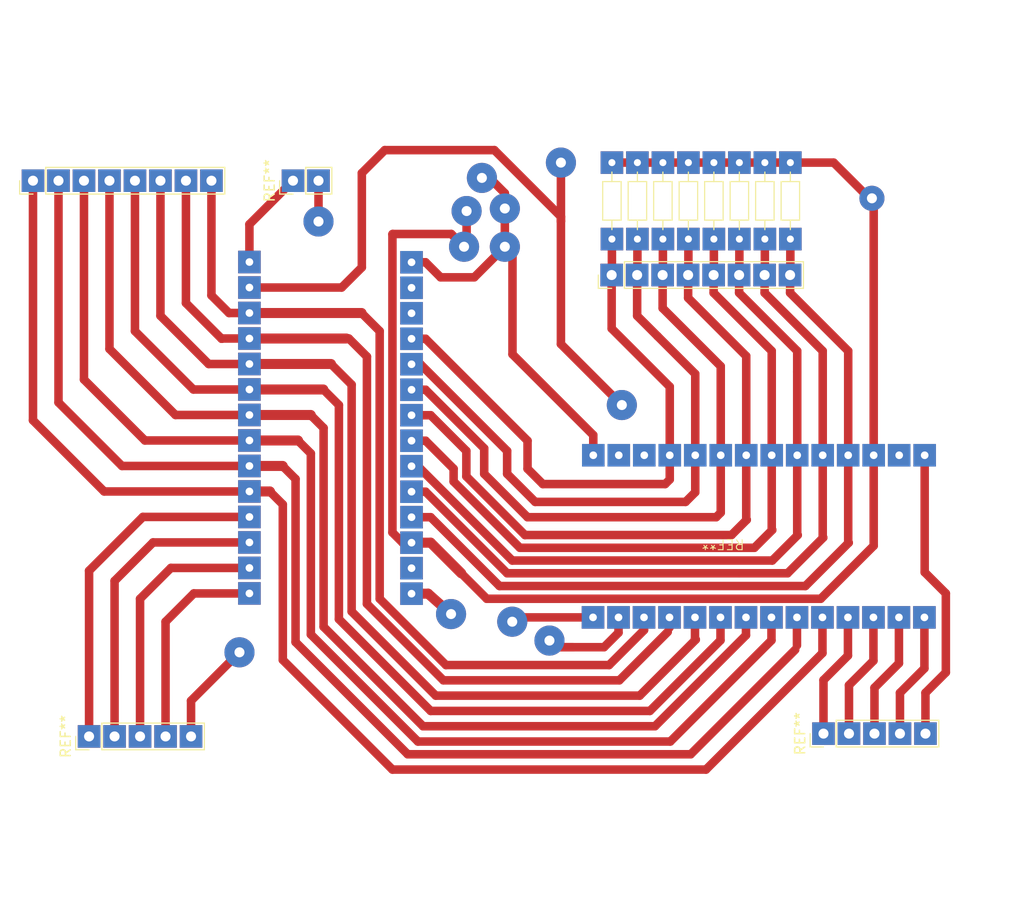
<source format=kicad_pcb>
(kicad_pcb (version 20221018) (generator pcbnew)
  (layers (0 "F.Cu" signal) (31 "B.Cu" signal) (34 "B.Paste" user) (35 "F.Paste" user) (36 "B.SilkS" user "B.Silkscreen") (37 "F.SilkS" user "F.Silkscreen") (38 "B.Mask" user) (39 "F.Mask" user) (44 "Edge.Cuts" user))
  (net 0 "")
  (footprint "Resistor_THT:R_Axial_DIN0204_L3.6mm_D1.6mm_P7.62mm_Horizontal" (layer "F.Cu") (at 173.736 96.266 90)
    (fp_text reference "REF**" hide)
    (fp_text value "R_Axial_DIN0204_L3.6mm_D1.6mm_P7.62mm_Horizontal" hide)
    (fp_line (start 0.94 0) (end 1.89 0) (stroke (width 0.12)) (layer "F.SilkS"))
    (fp_line (start 1.89 -0.92) (end 1.89 0.92) (stroke (width 0.12)) (layer "F.SilkS"))
    (fp_line (start 1.89 0.92) (end 5.73 0.92) (stroke (width 0.12)) (layer "F.SilkS"))
    (fp_line (start 5.73 -0.92) (end 1.89 -0.92) (stroke (width 0.12)) (layer "F.SilkS"))
    (fp_line (start 5.73 0.92) (end 5.73 -0.92) (stroke (width 0.12)) (layer "F.SilkS"))
    (fp_line (start 6.68 0) (end 5.73 0) (stroke (width 0.12)) (layer "F.SilkS"))
    (pad "1" thru_hole rect (at 0 0 90) (size 2.25 2.25) (drill 0.7) (layers "*.Cu" "*.Mask"))
    (pad "2" thru_hole rect (at 7.62 0 90) (size 2.25 2.25) (drill 0.7) (layers "*.Cu" "*.Mask"))
  )
  (footprint "Resistor_THT:R_Axial_DIN0204_L3.6mm_D1.6mm_P7.62mm_Horizontal" (layer "F.Cu") (at 161.036 96.266 90)
    (fp_text reference "REF**" hide)
    (fp_text value "R_Axial_DIN0204_L3.6mm_D1.6mm_P7.62mm_Horizontal" hide)
    (fp_line (start 0.94 0) (end 1.89 0) (stroke (width 0.12)) (layer "F.SilkS"))
    (fp_line (start 1.89 -0.92) (end 1.89 0.92) (stroke (width 0.12)) (layer "F.SilkS"))
    (fp_line (start 1.89 0.92) (end 5.73 0.92) (stroke (width 0.12)) (layer "F.SilkS"))
    (fp_line (start 5.73 -0.92) (end 1.89 -0.92) (stroke (width 0.12)) (layer "F.SilkS"))
    (fp_line (start 5.73 0.92) (end 5.73 -0.92) (stroke (width 0.12)) (layer "F.SilkS"))
    (fp_line (start 6.68 0) (end 5.73 0) (stroke (width 0.12)) (layer "F.SilkS"))
    (pad "1" thru_hole rect (at 0 0 90) (size 2.25 2.25) (drill 0.7) (layers "*.Cu" "*.Mask"))
    (pad "2" thru_hole rect (at 7.62 0 90) (size 2.25 2.25) (drill 0.7) (layers "*.Cu" "*.Mask"))
  )
  (footprint "Resistor_THT:R_Axial_DIN0204_L3.6mm_D1.6mm_P7.62mm_Horizontal" (layer "F.Cu") (at 178.816 96.266 90)
    (fp_text reference "REF**" hide)
    (fp_text value "R_Axial_DIN0204_L3.6mm_D1.6mm_P7.62mm_Horizontal" hide)
    (fp_line (start 0.94 0) (end 1.89 0) (stroke (width 0.12)) (layer "F.SilkS"))
    (fp_line (start 1.89 -0.92) (end 1.89 0.92) (stroke (width 0.12)) (layer "F.SilkS"))
    (fp_line (start 1.89 0.92) (end 5.73 0.92) (stroke (width 0.12)) (layer "F.SilkS"))
    (fp_line (start 5.73 -0.92) (end 1.89 -0.92) (stroke (width 0.12)) (layer "F.SilkS"))
    (fp_line (start 5.73 0.92) (end 5.73 -0.92) (stroke (width 0.12)) (layer "F.SilkS"))
    (fp_line (start 6.68 0) (end 5.73 0) (stroke (width 0.12)) (layer "F.SilkS"))
    (pad "1" thru_hole rect (at 0 0 90) (size 2.25 2.25) (drill 0.7) (layers "*.Cu" "*.Mask"))
    (pad "2" thru_hole rect (at 7.62 0 90) (size 2.25 2.25) (drill 0.7) (layers "*.Cu" "*.Mask"))
  )
  (footprint "Connector_PinHeader_2.54mm_2.25mmPad:PinHeader_1x05_P2.54mm_Vertical_2.25mmPad" (layer "F.Cu") (at 108.9406 145.8214 90)
    (fp_text reference "REF**" (at 0 -2.33 90) (layer "F.SilkS"))
    (fp_text value "PinHeader_1x05_P2.54mm_Vertical_2.25mmPad")
    (fp_line (start -1.33 -1.33) (end 0 -1.33) (stroke (width 0.12)) (layer "F.SilkS"))
    (fp_line (start -1.33 0) (end -1.33 -1.33) (stroke (width 0.12)) (layer "F.SilkS"))
    (fp_line (start -1.33 1.27) (end -1.33 11.49) (stroke (width 0.12)) (layer "F.SilkS"))
    (fp_line (start -1.33 1.27) (end 1.33 1.27) (stroke (width 0.12)) (layer "F.SilkS"))
    (fp_line (start -1.33 11.49) (end 1.33 11.49) (stroke (width 0.12)) (layer "F.SilkS"))
    (fp_line (start 1.33 1.27) (end 1.33 11.49) (stroke (width 0.12)) (layer "F.SilkS"))
    (pad "1" thru_hole rect (at 0 0 90) (size 2.25 2.25) (drill 1) (layers "*.Cu" "*.Mask"))
    (pad "2" thru_hole rect (at 0 2.54 90) (size 2.25 2.25) (drill 1) (layers "*.Cu" "*.Mask"))
    (pad "3" thru_hole rect (at 0 5.08 90) (size 2.25 2.25) (drill 1) (layers "*.Cu" "*.Mask"))
    (pad "4" thru_hole rect (at 0 7.62 90) (size 2.25 2.25) (drill 1) (layers "*.Cu" "*.Mask"))
    (pad "5" thru_hole rect (at 0 10.16 90) (size 2.25 2.25) (drill 1) (layers "*.Cu" "*.Mask"))
  )
  (footprint "Connector_PinHeader_2.54mm_2.25mmPad:PinHeader_1x08_P2.54mm_Vertical_2.25mmPad" (layer "F.Cu") (at 161.0106 99.8474 90)
    (fp_text reference "REF**" hide)
    (fp_text value "PinHeader_1x08_P2.54mm_Vertical_2.25mmPad" hide)
    (fp_line (start -1.33 -1.33) (end 0 -1.33) (stroke (width 0.12)) (layer "F.SilkS"))
    (fp_line (start -1.33 0) (end -1.33 -1.33) (stroke (width 0.12)) (layer "F.SilkS"))
    (fp_line (start -1.33 1.27) (end -1.33 19.11) (stroke (width 0.12)) (layer "F.SilkS"))
    (fp_line (start -1.33 1.27) (end 1.33 1.27) (stroke (width 0.12)) (layer "F.SilkS"))
    (fp_line (start -1.33 19.11) (end 1.33 19.11) (stroke (width 0.12)) (layer "F.SilkS"))
    (fp_line (start 1.33 1.27) (end 1.33 19.11) (stroke (width 0.12)) (layer "F.SilkS"))
    (pad "1" thru_hole rect (at 0 0 90) (size 2.25 2.25) (drill 1) (layers "*.Cu" "*.Mask"))
    (pad "2" thru_hole rect (at 0 2.54 90) (size 2.25 2.25) (drill 1) (layers "*.Cu" "*.Mask"))
    (pad "3" thru_hole rect (at 0 5.08 90) (size 2.25 2.25) (drill 1) (layers "*.Cu" "*.Mask"))
    (pad "4" thru_hole rect (at 0 7.62 90) (size 2.25 2.25) (drill 1) (layers "*.Cu" "*.Mask"))
    (pad "5" thru_hole rect (at 0 10.16 90) (size 2.25 2.25) (drill 1) (layers "*.Cu" "*.Mask"))
    (pad "6" thru_hole rect (at 0 12.7 90) (size 2.25 2.25) (drill 1) (layers "*.Cu" "*.Mask"))
    (pad "7" thru_hole rect (at 0 15.24 90) (size 2.25 2.25) (drill 1) (layers "*.Cu" "*.Mask"))
    (pad "8" thru_hole rect (at 0 17.78 90) (size 2.25 2.25) (drill 1) (layers "*.Cu" "*.Mask"))
  )
  (footprint "Resistor_THT:R_Axial_DIN0204_L3.6mm_D1.6mm_P7.62mm_Horizontal" (layer "F.Cu") (at 166.116 96.266 90)
    (fp_text reference "REF**" hide)
    (fp_text value "R_Axial_DIN0204_L3.6mm_D1.6mm_P7.62mm_Horizontal" hide)
    (fp_line (start 0.94 0) (end 1.89 0) (stroke (width 0.12)) (layer "F.SilkS"))
    (fp_line (start 1.89 -0.92) (end 1.89 0.92) (stroke (width 0.12)) (layer "F.SilkS"))
    (fp_line (start 1.89 0.92) (end 5.73 0.92) (stroke (width 0.12)) (layer "F.SilkS"))
    (fp_line (start 5.73 -0.92) (end 1.89 -0.92) (stroke (width 0.12)) (layer "F.SilkS"))
    (fp_line (start 5.73 0.92) (end 5.73 -0.92) (stroke (width 0.12)) (layer "F.SilkS"))
    (fp_line (start 6.68 0) (end 5.73 0) (stroke (width 0.12)) (layer "F.SilkS"))
    (pad "1" thru_hole rect (at 0 0 90) (size 2.25 2.25) (drill 0.7) (layers "*.Cu" "*.Mask"))
    (pad "2" thru_hole rect (at 7.62 0 90) (size 2.25 2.25) (drill 0.7) (layers "*.Cu" "*.Mask"))
  )
  (footprint "Connector_PinHeader_2.54mm_2.25mmPad:PinHeader_1x08_P2.54mm_Vertical_2.25mmPad" (layer "F.Cu") (at 103.3526 90.4494 90)
    (fp_text reference "REF**" hide)
    (fp_text value "PinHeader_1x08_P2.54mm_Vertical_2.25mmPad" hide)
    (fp_line (start -1.33 -1.33) (end 0 -1.33) (stroke (width 0.12)) (layer "F.SilkS"))
    (fp_line (start -1.33 0) (end -1.33 -1.33) (stroke (width 0.12)) (layer "F.SilkS"))
    (fp_line (start -1.33 1.27) (end -1.33 19.11) (stroke (width 0.12)) (layer "F.SilkS"))
    (fp_line (start -1.33 1.27) (end 1.33 1.27) (stroke (width 0.12)) (layer "F.SilkS"))
    (fp_line (start -1.33 19.11) (end 1.33 19.11) (stroke (width 0.12)) (layer "F.SilkS"))
    (fp_line (start 1.33 1.27) (end 1.33 19.11) (stroke (width 0.12)) (layer "F.SilkS"))
    (pad "1" thru_hole rect (at 0 0 90) (size 2.25 2.25) (drill 1) (layers "*.Cu" "*.Mask"))
    (pad "2" thru_hole rect (at 0 2.54 90) (size 2.25 2.25) (drill 1) (layers "*.Cu" "*.Mask"))
    (pad "3" thru_hole rect (at 0 5.08 90) (size 2.25 2.25) (drill 1) (layers "*.Cu" "*.Mask"))
    (pad "4" thru_hole rect (at 0 7.62 90) (size 2.25 2.25) (drill 1) (layers "*.Cu" "*.Mask"))
    (pad "5" thru_hole rect (at 0 10.16 90) (size 2.25 2.25) (drill 1) (layers "*.Cu" "*.Mask"))
    (pad "6" thru_hole rect (at 0 12.7 90) (size 2.25 2.25) (drill 1) (layers "*.Cu" "*.Mask"))
    (pad "7" thru_hole rect (at 0 15.24 90) (size 2.25 2.25) (drill 1) (layers "*.Cu" "*.Mask"))
    (pad "8" thru_hole rect (at 0 17.78 90) (size 2.25 2.25) (drill 1) (layers "*.Cu" "*.Mask"))
  )
  (footprint "Resistor_THT:R_Axial_DIN0204_L3.6mm_D1.6mm_P7.62mm_Horizontal" (layer "F.Cu") (at 171.196 96.266 90)
    (fp_text reference "REF**" hide)
    (fp_text value "R_Axial_DIN0204_L3.6mm_D1.6mm_P7.62mm_Horizontal" hide)
    (fp_line (start 0.94 0) (end 1.89 0) (stroke (width 0.12)) (layer "F.SilkS"))
    (fp_line (start 1.89 -0.92) (end 1.89 0.92) (stroke (width 0.12)) (layer "F.SilkS"))
    (fp_line (start 1.89 0.92) (end 5.73 0.92) (stroke (width 0.12)) (layer "F.SilkS"))
    (fp_line (start 5.73 -0.92) (end 1.89 -0.92) (stroke (width 0.12)) (layer "F.SilkS"))
    (fp_line (start 5.73 0.92) (end 5.73 -0.92) (stroke (width 0.12)) (layer "F.SilkS"))
    (fp_line (start 6.68 0) (end 5.73 0) (stroke (width 0.12)) (layer "F.SilkS"))
    (pad "1" thru_hole rect (at 0 0 90) (size 2.25 2.25) (drill 0.7) (layers "*.Cu" "*.Mask"))
    (pad "2" thru_hole rect (at 7.62 0 90) (size 2.25 2.25) (drill 0.7) (layers "*.Cu" "*.Mask"))
  )
  (footprint "Connector_PinHeader_2.54mm_2.25mmPad:PinHeader_1x02_P2.54mm_Vertical_2.25mmPad" (layer "F.Cu") (at 129.2606 90.4494 90)
    (fp_text reference "REF**" (at 0 -2.33 90) (layer "F.SilkS"))
    (fp_text value "PinHeader_1x02_P2.54mm_Vertical_2.25mmPad")
    (fp_line (start -1.33 -1.33) (end 0 -1.33) (stroke (width 0.12)) (layer "F.SilkS"))
    (fp_line (start -1.33 0) (end -1.33 -1.33) (stroke (width 0.12)) (layer "F.SilkS"))
    (fp_line (start -1.33 1.27) (end -1.33 3.87) (stroke (width 0.12)) (layer "F.SilkS"))
    (fp_line (start -1.33 1.27) (end 1.33 1.27) (stroke (width 0.12)) (layer "F.SilkS"))
    (fp_line (start -1.33 3.87) (end 1.33 3.87) (stroke (width 0.12)) (layer "F.SilkS"))
    (fp_line (start 1.33 1.27) (end 1.33 3.87) (stroke (width 0.12)) (layer "F.SilkS"))
    (pad "1" thru_hole rect (at 0 0 90) (size 2.25 2.25) (drill 1) (layers "*.Cu" "*.Mask"))
    (pad "2" thru_hole rect (at 0 2.54 90) (size 2.25 2.25) (drill 1) (layers "*.Cu" "*.Mask"))
  )
  (footprint "Connector_PinHeader_2.54mm_2.25mmPad:PinHeader_1x05_P2.54mm_Vertical_2.25mmPad" (layer "F.Cu") (at 182.118 145.542 90)
    (fp_text reference "REF**" (at 0 -2.33 90) (layer "F.SilkS"))
    (fp_text value "PinHeader_1x05_P2.54mm_Vertical_2.25mmPad" hide)
    (fp_line (start -1.33 -1.33) (end 0 -1.33) (stroke (width 0.12)) (layer "F.SilkS"))
    (fp_line (start -1.33 0) (end -1.33 -1.33) (stroke (width 0.12)) (layer "F.SilkS"))
    (fp_line (start -1.33 1.27) (end -1.33 11.49) (stroke (width 0.12)) (layer "F.SilkS"))
    (fp_line (start -1.33 1.27) (end 1.33 1.27) (stroke (width 0.12)) (layer "F.SilkS"))
    (fp_line (start -1.33 11.49) (end 1.33 11.49) (stroke (width 0.12)) (layer "F.SilkS"))
    (fp_line (start 1.33 1.27) (end 1.33 11.49) (stroke (width 0.12)) (layer "F.SilkS"))
    (pad "1" thru_hole rect (at 0 0 90) (size 2.25 2.25) (drill 1) (layers "*.Cu" "*.Mask"))
    (pad "2" thru_hole rect (at 0 2.54 90) (size 2.25 2.25) (drill 1) (layers "*.Cu" "*.Mask"))
    (pad "3" thru_hole rect (at 0 5.08 90) (size 2.25 2.25) (drill 1) (layers "*.Cu" "*.Mask"))
    (pad "4" thru_hole rect (at 0 7.62 90) (size 2.25 2.25) (drill 1) (layers "*.Cu" "*.Mask"))
    (pad "5" thru_hole rect (at 0 10.16 90) (size 2.25 2.25) (drill 1) (layers "*.Cu" "*.Mask"))
  )
  (footprint "MUX_ADG606BNZ:MUX_ADG406BNZ_flipped_fatPads" (layer "F.Cu") (at 140.0556 96.901)
    (fp_text reference "REF**" hide)
    (fp_text value "MUX_ADG406BNZ_flipped_fatPads" hide)
    (pad "1" thru_hole rect (at 1.016 1.6764) (size 2.25 2.25) (drill 0.762) (layers "*.Cu" "*.Mask"))
    (pad "2" thru_hole rect (at 1.016 4.2164) (size 2.25 2.25) (drill 0.762) (layers "*.Cu" "*.Mask"))
    (pad "3" thru_hole rect (at 1.016 6.7564) (size 2.25 2.25) (drill 0.762) (layers "*.Cu" "*.Mask"))
    (pad "4" thru_hole rect (at 1.016 9.2964) (size 2.25 2.25) (drill 0.762) (layers "*.Cu" "*.Mask"))
    (pad "5" thru_hole rect (at 1.016 11.8364) (size 2.25 2.25) (drill 0.762) (layers "*.Cu" "*.Mask"))
    (pad "6" thru_hole rect (at 1.016 14.3764) (size 2.25 2.25) (drill 0.762) (layers "*.Cu" "*.Mask"))
    (pad "7" thru_hole rect (at 1.016 16.9164) (size 2.25 2.25) (drill 0.762) (layers "*.Cu" "*.Mask"))
    (pad "8" thru_hole rect (at 1.016 19.4564) (size 2.25 2.25) (drill 0.762) (layers "*.Cu" "*.Mask"))
    (pad "9" thru_hole rect (at 1.016 21.9964) (size 2.25 2.25) (drill 0.762) (layers "*.Cu" "*.Mask"))
    (pad "10" thru_hole rect (at 1.016 24.5364) (size 2.25 2.25) (drill 0.762) (layers "*.Cu" "*.Mask"))
    (pad "11" thru_hole rect (at 1.016 27.0764) (size 2.25 2.25) (drill 0.762) (layers "*.Cu" "*.Mask"))
    (pad "12" thru_hole rect (at 1.016 29.6164) (size 2.25 2.25) (drill 0.762) (layers "*.Cu" "*.Mask"))
    (pad "13" thru_hole rect (at 1.016 32.1564) (size 2.25 2.25) (drill 0.762) (layers "*.Cu" "*.Mask"))
    (pad "14" thru_hole rect (at 1.016 34.6964) (size 2.25 2.25) (drill 0.762) (layers "*.Cu" "*.Mask"))
    (pad "15" thru_hole rect (at -15.1384 34.671) (size 2.25 2.25) (drill 0.762) (layers "*.Cu" "*.Mask"))
    (pad "16" thru_hole rect (at -15.1384 32.131) (size 2.25 2.25) (drill 0.762) (layers "*.Cu" "*.Mask"))
    (pad "17" thru_hole rect (at -15.1384 29.591) (size 2.25 2.25) (drill 0.762) (layers "*.Cu" "*.Mask"))
    (pad "18" thru_hole rect (at -15.1384 27.051) (size 2.25 2.25) (drill 0.762) (layers "*.Cu" "*.Mask"))
    (pad "19" thru_hole rect (at -15.1384 24.511) (size 2.25 2.25) (drill 0.762) (layers "*.Cu" "*.Mask"))
    (pad "20" thru_hole rect (at -15.1384 21.971) (size 2.25 2.25) (drill 0.762) (layers "*.Cu" "*.Mask"))
    (pad "21" thru_hole rect (at -15.1384 19.431) (size 2.25 2.25) (drill 0.762) (layers "*.Cu" "*.Mask"))
    (pad "22" thru_hole rect (at -15.1384 16.891) (size 2.25 2.25) (drill 0.762) (layers "*.Cu" "*.Mask"))
    (pad "23" thru_hole rect (at -15.1384 14.351) (size 2.25 2.25) (drill 0.762) (layers "*.Cu" "*.Mask"))
    (pad "24" thru_hole rect (at -15.1384 11.811) (size 2.25 2.25) (drill 0.762) (layers "*.Cu" "*.Mask"))
    (pad "25" thru_hole rect (at -15.1384 9.271) (size 2.25 2.25) (drill 0.762) (layers "*.Cu" "*.Mask"))
    (pad "26" thru_hole rect (at -15.1384 6.731) (size 2.25 2.25) (drill 0.762) (layers "*.Cu" "*.Mask"))
    (pad "27" thru_hole rect (at -15.1384 4.191) (size 2.25 2.25) (drill 0.762) (layers "*.Cu" "*.Mask"))
    (pad "28" thru_hole rect (at -15.1384 1.651) (size 2.25 2.25) (drill 0.762) (layers "*.Cu" "*.Mask"))
  )
  (footprint "MUX_ADG606BNZ:MUX_ADG406BNZ_flipped_fatPads" (layer "F.Cu") (at 157.5038 118.8212 90)
    (fp_text reference "REF**" (at -7.85 14.605 180 unlocked) (layer "F.SilkS") (effects (font (thickness 0.1))))
    (fp_text value "MUX_ADG406BNZ_flipped_fatPads")
    (pad "1" thru_hole rect (at 1.016 1.6764 90) (size 2.25 2.25) (drill 0.762) (layers "*.Cu" "*.Mask"))
    (pad "2" thru_hole rect (at 1.016 4.2164 90) (size 2.25 2.25) (drill 0.762) (layers "*.Cu" "*.Mask"))
    (pad "3" thru_hole rect (at 1.016 6.7564 90) (size 2.25 2.25) (drill 0.762) (layers "*.Cu" "*.Mask"))
    (pad "4" thru_hole rect (at 1.016 9.2964 90) (size 2.25 2.25) (drill 0.762) (layers "*.Cu" "*.Mask"))
    (pad "5" thru_hole rect (at 1.016 11.8364 90) (size 2.25 2.25) (drill 0.762) (layers "*.Cu" "*.Mask"))
    (pad "6" thru_hole rect (at 1.016 14.3764 90) (size 2.25 2.25) (drill 0.762) (layers "*.Cu" "*.Mask"))
    (pad "7" thru_hole rect (at 1.016 16.9164 90) (size 2.25 2.25) (drill 0.762) (layers "*.Cu" "*.Mask"))
    (pad "8" thru_hole rect (at 1.016 19.4564 90) (size 2.25 2.25) (drill 0.762) (layers "*.Cu" "*.Mask"))
    (pad "9" thru_hole rect (at 1.016 21.9964 90) (size 2.25 2.25) (drill 0.762) (layers "*.Cu" "*.Mask"))
    (pad "10" thru_hole rect (at 1.016 24.5364 90) (size 2.25 2.25) (drill 0.762) (layers "*.Cu" "*.Mask"))
    (pad "11" thru_hole rect (at 1.016 27.0764 90) (size 2.25 2.25) (drill 0.762) (layers "*.Cu" "*.Mask"))
    (pad "12" thru_hole rect (at 1.016 29.6164 90) (size 2.25 2.25) (drill 0.762) (layers "*.Cu" "*.Mask"))
    (pad "13" thru_hole rect (at 1.016 32.1564 90) (size 2.25 2.25) (drill 0.762) (layers "*.Cu" "*.Mask"))
    (pad "14" thru_hole rect (at 1.016 34.6964 90) (size 2.25 2.25) (drill 0.762) (layers "*.Cu" "*.Mask"))
    (pad "15" thru_hole rect (at -15.1384 34.671 90) (size 2.25 2.25) (drill 0.762) (layers "*.Cu" "*.Mask"))
    (pad "16" thru_hole rect (at -15.1384 32.131 90) (size 2.25 2.25) (drill 0.762) (layers "*.Cu" "*.Mask"))
    (pad "17" thru_hole rect (at -15.1384 29.591 90) (size 2.25 2.25) (drill 0.762) (layers "*.Cu" "*.Mask"))
    (pad "18" thru_hole rect (at -15.1384 27.051 90) (size 2.25 2.25) (drill 0.762) (layers "*.Cu" "*.Mask"))
    (pad "19" thru_hole rect (at -15.1384 24.511 90) (size 2.25 2.25) (drill 0.762) (layers "*.Cu" "*.Mask"))
    (pad "20" thru_hole rect (at -15.1384 21.971 90) (size 2.25 2.25) (drill 0.762) (layers "*.Cu" "*.Mask"))
    (pad "21" thru_hole rect (at -15.1384 19.431 90) (size 2.25 2.25) (drill 0.762) (layers "*.Cu" "*.Mask"))
    (pad "22" thru_hole rect (at -15.1384 16.891 90) (size 2.25 2.25) (drill 0.762) (layers "*.Cu" "*.Mask"))
    (pad "23" thru_hole rect (at -15.1384 14.351 90) (size 2.25 2.25) (drill 0.762) (layers "*.Cu" "*.Mask"))
    (pad "24" thru_hole rect (at -15.1384 11.811 90) (size 2.25 2.25) (drill 0.762) (layers "*.Cu" "*.Mask"))
    (pad "25" thru_hole rect (at -15.1384 9.271 90) (size 2.25 2.25) (drill 0.762) (layers "*.Cu" "*.Mask"))
    (pad "26" thru_hole rect (at -15.1384 6.731 90) (size 2.25 2.25) (drill 0.762) (layers "*.Cu" "*.Mask"))
    (pad "27" thru_hole rect (at -15.1384 4.191 90) (size 2.25 2.25) (drill 0.762) (layers "*.Cu" "*.Mask"))
    (pad "28" thru_hole rect (at -15.1384 1.651 90) (size 2.25 2.25) (drill 0.762) (layers "*.Cu" "*.Mask"))
  )
  (footprint "Resistor_THT:R_Axial_DIN0204_L3.6mm_D1.6mm_P7.62mm_Horizontal" (layer "F.Cu") (at 176.276 96.266 90)
    (fp_text reference "REF**" hide)
    (fp_text value "R_Axial_DIN0204_L3.6mm_D1.6mm_P7.62mm_Horizontal" hide)
    (fp_line (start 0.94 0) (end 1.89 0) (stroke (width 0.12)) (layer "F.SilkS"))
    (fp_line (start 1.89 -0.92) (end 1.89 0.92) (stroke (width 0.12)) (layer "F.SilkS"))
    (fp_line (start 1.89 0.92) (end 5.73 0.92) (stroke (width 0.12)) (layer "F.SilkS"))
    (fp_line (start 5.73 -0.92) (end 1.89 -0.92) (stroke (width 0.12)) (layer "F.SilkS"))
    (fp_line (start 5.73 0.92) (end 5.73 -0.92) (stroke (width 0.12)) (layer "F.SilkS"))
    (fp_line (start 6.68 0) (end 5.73 0) (stroke (width 0.12)) (layer "F.SilkS"))
    (pad "1" thru_hole rect (at 0 0 90) (size 2.25 2.25) (drill 0.7) (layers "*.Cu" "*.Mask"))
    (pad "2" thru_hole rect (at 7.62 0 90) (size 2.25 2.25) (drill 0.7) (layers "*.Cu" "*.Mask"))
  )
  (footprint "Resistor_THT:R_Axial_DIN0204_L3.6mm_D1.6mm_P7.62mm_Horizontal" (layer "F.Cu") (at 163.576 96.266 90)
    (fp_text reference "REF**" hide)
    (fp_text value "R_Axial_DIN0204_L3.6mm_D1.6mm_P7.62mm_Horizontal" hide)
    (fp_line (start 0.94 0) (end 1.89 0) (stroke (width 0.12)) (layer "F.SilkS"))
    (fp_line (start 1.89 -0.92) (end 1.89 0.92) (stroke (width 0.12)) (layer "F.SilkS"))
    (fp_line (start 1.89 0.92) (end 5.73 0.92) (stroke (width 0.12)) (layer "F.SilkS"))
    (fp_line (start 5.73 -0.92) (end 1.89 -0.92) (stroke (width 0.12)) (layer "F.SilkS"))
    (fp_line (start 5.73 0.92) (end 5.73 -0.92) (stroke (width 0.12)) (layer "F.SilkS"))
    (fp_line (start 6.68 0) (end 5.73 0) (stroke (width 0.12)) (layer "F.SilkS"))
    (pad "1" thru_hole rect (at 0 0 90) (size 2.25 2.25) (drill 0.7) (layers "*.Cu" "*.Mask"))
    (pad "2" thru_hole rect (at 7.62 0 90) (size 2.25 2.25) (drill 0.7) (layers "*.Cu" "*.Mask"))
  )
  (footprint "Resistor_THT:R_Axial_DIN0204_L3.6mm_D1.6mm_P7.62mm_Horizontal" (layer "F.Cu") (at 168.656 96.266 90)
    (fp_text reference "REF**" hide)
    (fp_text value "R_Axial_DIN0204_L3.6mm_D1.6mm_P7.62mm_Horizontal" hide)
    (fp_line (start 0.94 0) (end 1.89 0) (stroke (width 0.12)) (layer "F.SilkS"))
    (fp_line (start 1.89 -0.92) (end 1.89 0.92) (stroke (width 0.12)) (layer "F.SilkS"))
    (fp_line (start 1.89 0.92) (end 5.73 0.92) (stroke (width 0.12)) (layer "F.SilkS"))
    (fp_line (start 5.73 -0.92) (end 1.89 -0.92) (stroke (width 0.12)) (layer "F.SilkS"))
    (fp_line (start 5.73 0.92) (end 5.73 -0.92) (stroke (width 0.12)) (layer "F.SilkS"))
    (fp_line (start 6.68 0) (end 5.73 0) (stroke (width 0.12)) (layer "F.SilkS"))
    (pad "1" thru_hole rect (at 0 0 90) (size 2.25 2.25) (drill 0.7) (layers "*.Cu" "*.Mask"))
    (pad "2" thru_hole rect (at 7.62 0 90) (size 2.25 2.25) (drill 0.7) (layers "*.Cu" "*.Mask"))
  )
  (segment (start 161.7726 133.8818) (end 161.6948 133.9596) (width 0.85) (layer "F.Cu") (net 0))
  (segment (start 105.8926 112.5474) (end 112.2172 118.872) (width 0.85) (layer "F.Cu") (net 0))
  (segment (start 187.198 140.97) (end 187.198 145.542) (width 0.85) (layer "F.Cu") (net 0))
  (segment (start 171.8802 123.5218) (end 171.8802 117.8052) (width 0.85) (layer "F.Cu") (net 0))
  (segment (start 163.576 99.822) (end 163.5506 99.8474) (width 0.85) (layer "F.Cu") (net 0))
  (segment (start 151.5364 133.9596) (end 159.1548 133.9596) (width 0.85) (layer "F.Cu") (net 0))
  (segment (start 136.6266 107.9754) (end 134.8232 106.172) (width 0.85) (layer "F.Cu") (net 0))
  (segment (start 151.1046 134.3914) (end 151.5364 133.9596) (width 0.85) (layer "F.Cu") (net 0))
  (segment (start 168.6306 102.1334) (end 174.4202 107.923) (width 0.85) (layer "F.Cu") (net 0))
  (segment (start 161.7726 112.8014) (end 162.0266 112.8014) (width 0.85) (layer "F.Cu") (net 0))
  (segment (start 122.1486 106.1974) (end 122.174 106.172) (width 0.85) (layer "F.Cu") (net 0))
  (segment (start 140.1826 126.5174) (end 141.0716 126.5174) (width 0.85) (layer "F.Cu") (net 0))
  (segment (start 138.4046 87.4014) (end 149.3266 87.4014) (width 0.85) (layer "F.Cu") (net 0))
  (segment (start 131.0132 113.792) (end 131.0386 113.8174) (width 1) (layer "F.Cu") (net 0))
  (segment (start 164.2348 135.2312) (end 164.2348 133.9596) (width 0.85) (layer "F.Cu") (net 0))
  (segment (start 163.5506 99.0854) (end 163.5506 103.9114) (width 0.85) (layer "F.Cu") (net 0))
  (segment (start 145.034 95.758) (end 139.192 95.758) (width 0.85) (layer "F.Cu") (net 0))
  (segment (start 173.736 88.646) (end 176.276 88.646) (width 0.85) (layer "F.Cu") (net 0))
  (segment (start 187.1202 117.8052) (end 187.1202 126.8238) (width 0.85) (layer "F.Cu") (net 0))
  (segment (start 141.0716 118.8974) (end 141.7066 118.8974) (width 0.85) (layer "F.Cu") (net 0))
  (segment (start 141.0716 113.8174) (end 141.0716 114.1984) (width 0.85) (layer "F.Cu") (net 0))
  (segment (start 134.112 101.092) (end 136.1186 99.0854) (width 0.85) (layer "F.Cu") (net 0))
  (segment (start 136.6266 132.6134) (end 136.6266 107.9754) (width 0.85) (layer "F.Cu") (net 0))
  (segment (start 124.9172 131.572) (end 119.38 131.572) (width 0.85) (layer "F.Cu") (net 0))
  (segment (start 180.3146 130.8354) (end 184.6326 126.5174) (width 0.85) (layer "F.Cu") (net 0))
  (segment (start 176.9348 136.2472) (end 176.9348 133.9596) (width 0.85) (layer "F.Cu") (net 0))
  (segment (start 155.956 94.488) (end 155.956 106.7308) (width 0.85) (layer "F.Cu") (net 0))
  (segment (start 173.7106 101.6254) (end 179.5002 107.415) (width 0.85) (layer "F.Cu") (net 0))
  (segment (start 142.9766 123.9774) (end 149.8346 130.8354) (width 0.85) (layer "F.Cu") (net 0))
  (segment (start 154.813 136.271) (end 155.575 137.033) (width 0.85) (layer "F.Cu") (net 0))
  (segment (start 137.8966 105.4354) (end 137.8966 132.1054) (width 0.85) (layer "F.Cu") (net 0))
  (segment (start 119.1006 142.2654) (end 123.9266 137.4394) (width 0.85) (layer "F.Cu") (net 0))
  (segment (start 171.1706 99.0854) (end 171.1706 101.6254) (width 0.85) (layer "F.Cu") (net 0))
  (segment (start 139.192 95.758) (end 139.1666 95.7834) (width 0.85) (layer "F.Cu") (net 0))
  (segment (start 118.5926 102.6414) (end 122.1486 106.1974) (width 0.85) (layer "F.Cu") (net 0))
  (segment (start 169.3148 136.0916) (end 169.3148 133.9596) (width 0.85) (layer "F.Cu") (net 0))
  (segment (start 124.9172 121.412) (end 126.9492 121.412) (width 1) (layer "F.Cu") (net 0))
  (segment (start 162.0266 112.8014) (end 162.0266 113.0554) (width 0.85) (layer "F.Cu") (net 0))
  (segment (start 110.9726 107.2134) (end 117.5512 113.792) (width 0.85) (layer "F.Cu") (net 0))
  (segment (start 146.5326 119.9134) (end 152.3746 125.7554) (width 0.85) (layer "F.Cu") (net 0))
  (segment (start 189.738 141.478) (end 189.738 145.542) (width 0.85) (layer "F.Cu") (net 0))
  (segment (start 137.8966 132.1054) (end 144.5006 138.7094) (width 0.85) (layer "F.Cu") (net 0))
  (segment (start 192.1748 133.9596) (end 192.1748 139.0412) (width 0.85) (layer "F.Cu") (net 0))
  (segment (start 148.5646 132.1054) (end 161.7726 132.1054) (width 0.85) (layer "F.Cu") (net 0))
  (segment (start 151.13 107.7468) (end 159.1802 115.797) (width 0.85) (layer "F.Cu") (net 0))
  (segment (start 166.8002 117.8052) (end 166.8002 110.971) (width 0.85) (layer "F.Cu") (net 0))
  (segment (start 119.1006 145.8214) (end 119.1006 142.2654) (width 0.85) (layer "F.Cu") (net 0))
  (segment (start 126.9492 121.412) (end 126.9746 121.4374) (width 1) (layer "F.Cu") (net 0))
  (segment (start 133.8326 134.1374) (end 133.8326 112.8014) (width 0.85) (layer "F.Cu") (net 0))
  (segment (start 114.3 123.952) (end 108.9406 129.3114) (width 0.85) (layer "F.Cu") (net 0))
  (segment (start 186.944 92.202) (end 186.944 92.456) (width 0.85) (layer "F.Cu") (net 0))
  (segment (start 176.9602 107.415) (end 176.9602 117.8052) (width 0.85) (layer "F.Cu") (net 0))
  (segment (start 171.1706 101.6254) (end 176.9602 107.415) (width 0.85) (layer "F.Cu") (net 0))
  (segment (start 144.2466 140.2334) (end 136.6266 132.6134) (width 0.85) (layer "F.Cu") (net 0))
  (segment (start 150.368 97.028) (end 147.32 100.076) (width 0.85) (layer "F.Cu") (net 0))
  (segment (start 166.8002 117.8052) (end 166.8002 120.2198) (width 0.85) (layer "F.Cu") (net 0))
  (segment (start 142.7226 131.5974) (end 145.0086 133.6294) (width 1) (layer "F.Cu") (net 0))
  (segment (start 161.6948 135.4852) (end 161.6948 133.9596) (width 0.85) (layer "F.Cu") (net 0))
  (segment (start 136.1186 89.6874) (end 138.4046 87.4014) (width 0.85) (layer "F.Cu") (net 0))
  (segment (start 166.116 96.266) (end 166.116 99.822) (width 0.85) (layer "F.Cu") (net 0))
  (segment (start 173.736 99.822) (end 173.7106 99.8474) (width 0.85) (layer "F.Cu") (net 0))
  (segment (start 178.7906 101.6254) (end 184.5802 107.415) (width 0.85) (layer "F.Cu") (net 0))
  (segment (start 146.5326 117.3734) (end 146.5326 119.9134) (width 0.85) (layer "F.Cu") (net 0))
  (segment (start 124.9172 98.552) (end 124.9172 94.7928) (width 0.85) (layer "F.Cu") (net 0))
  (segment (start 131.0386 135.6614) (end 141.7066 146.3294) (width 0.85) (layer "F.Cu") (net 0))
  (segment (start 161.036 88.646) (end 163.576 88.646) (width 0.85) (layer "F.Cu") (net 0))
  (segment (start 164.8206 143.2814) (end 142.9766 143.2814) (width 0.85) (layer "F.Cu") (net 0))
  (segment (start 146.558 96.774) (end 146.304 97.028) (width 0.85) (layer "F.Cu") (net 0))
  (segment (start 139.1666 95.7834) (end 139.1666 125.5014) (width 0.85) (layer "F.Cu") (net 0))
  (segment (start 163.576 88.646) (end 166.116 88.646) (width 0.85) (layer "F.Cu") (net 0))
  (segment (start 112.2172 118.872) (end 124.9172 118.872) (width 0.85) (layer "F.Cu") (net 0))
  (segment (start 174.4202 107.923) (end 174.4202 117.8052) (width 0.85) (layer "F.Cu") (net 0))
  (segment (start 117.094 129.032) (end 114.0206 132.1054) (width 0.85) (layer "F.Cu") (net 0))
  (segment (start 178.816 96.266) (end 178.816 99.822) (width 0.85) (layer "F.Cu") (net 0))
  (segment (start 126.9492 121.412) (end 128.2446 122.7074) (width 0.85) (layer "F.Cu") (net 0))
  (segment (start 139.1666 149.1234) (end 170.4086 149.1234) (width 0.85) (layer "F.Cu") (net 0))
  (segment (start 163.5506 103.9114) (end 165.5826 105.9434) (width 0.85) (layer "F.Cu") (net 0))
  (segment (start 150.368 97.028) (end 151.13 97.79) (width 0.85) (layer "F.Cu") (net 0))
  (segment (start 189.6348 133.9596) (end 189.6348 138.5332) (width 0.85) (layer "F.Cu") (net 0))
  (segment (start 182.0148 137.5172) (end 182.0148 133.9596) (width 0.85) (layer "F.Cu") (net 0))
  (segment (start 141.0716 108.7374) (end 141.9606 108.7374) (width 0.85) (layer "F.Cu") (net 0))
  (segment (start 162.0266 113.0554) (end 162.0266 113.0554) (width 0.85) (layer "F.Cu") (net 0))
  (segment (start 148.3106 117.1194) (end 148.3106 119.6594) (width 0.85) (layer "F.Cu") (net 0))
  (segment (start 182.0402 125.957) (end 182.0402 117.8052) (width 0.85) (layer "F.Cu") (net 0))
  (segment (start 134.8232 106.172) (end 134.5692 106.172) (width 0.85) (layer "F.Cu") (net 0))
  (segment (start 176.9602 125.195) (end 176.9602 117.8052) (width 0.85) (layer "F.Cu") (net 0))
  (segment (start 186.69 92.202) (end 186.944 92.202) (width 0.85) (layer "F.Cu") (net 0))
  (segment (start 150.368 91.694) (end 150.368 97.028) (width 0.85) (layer "F.Cu") (net 0))
  (segment (start 161.036 99.822) (end 161.0106 99.8474) (width 0.85) (layer "F.Cu") (net 0))
  (segment (start 179.2986 137.1854) (end 168.8846 147.5994) (width 0.85) (layer "F.Cu") (net 0))
  (segment (start 124.9172 113.792) (end 131.0132 113.792) (width 1) (layer "F.Cu") (net 0))
  (segment (start 177.0126 128.2954) (end 179.5526 125.7554) (width 0.85) (layer "F.Cu") (net 0))
  (segment (start 184.5548 133.9596) (end 184.5548 137.7712) (width 0.85) (layer "F.Cu") (net 0))
  (segment (start 124.9172 116.332) (end 129.7432 116.332) (width 1) (layer "F.Cu") (net 0))
  (segment (start 122.174 106.172) (end 124.9172 106.172) (width 0.85) (layer "F.Cu") (net 0))
  (segment (start 182.0402 107.415) (end 182.0402 117.8052) (width 0.85) (layer "F.Cu") (net 0))
  (segment (start 144.5006 138.7094) (end 160.7566 138.7094) (width 0.85) (layer "F.Cu") (net 0))
  (segment (start 186.944 92.456) (end 187.1202 92.6322) (width 0.85) (layer "F.Cu") (net 0))
  (segment (start 141.0716 131.5974) (end 142.7226 131.5974) (width 1) (layer "F.Cu") (net 0))
  (segment (start 103.3526 114.3254) (end 110.4392 121.412) (width 0.85) (layer "F.Cu") (net 0))
  (segment (start 116.0526 103.9114) (end 120.8532 108.712) (width 0.85) (layer "F.Cu") (net 0))
  (segment (start 136.0932 103.632) (end 137.8966 105.4354) (width 0.85) (layer "F.Cu") (net 0))
  (segment (start 151.1046 128.2954) (end 177.0126 128.2954) (width 0.85) (layer "F.Cu") (net 0))
  (segment (start 176.276 96.266) (end 176.276 99.822) (width 0.85) (layer "F.Cu") (net 0))
  (segment (start 142.9766 126.5174) (end 146.0246 129.5654) (width 1) (layer "F.Cu") (net 0))
  (segment (start 192.278 141.478) (end 194.31 139.446) (width 0.85) (layer "F.Cu") (net 0))
  (segment (start 155.4226 136.9314) (end 160.2486 136.9314) (width 0.85) (layer "F.Cu") (net 0))
  (segment (start 169.3402 121.4898) (end 169.3402 117.8052) (width 0.85) (layer "F.Cu") (net 0))
  (segment (start 141.0716 116.3574) (end 142.4686 116.3574) (width 0.85) (layer "F.Cu") (net 0))
  (segment (start 103.3526 90.4494) (end 103.3526 114.3254) (width 0.85) (layer "F.Cu") (net 0))
  (segment (start 173.736 96.266) (end 173.736 99.822) (width 0.85) (layer "F.Cu") (net 0))
  (segment (start 168.656 88.646) (end 171.196 88.646) (width 0.85) (layer "F.Cu") (net 0))
  (segment (start 142.9766 143.2814) (end 133.8326 134.1374) (width 0.85) (layer "F.Cu") (net 0))
  (segment (start 123.9266 137.4394) (end 123.6726 137.6934) (width 0.85) (layer "F.Cu") (net 0))
  (segment (start 141.0716 111.2774) (end 142.4686 111.2774) (width 0.85) (layer "F.Cu") (net 0))
  (segment (start 133.8326 112.8014) (end 132.2832 111.252) (width 0.85) (layer "F.Cu") (net 0))
  (segment (start 166.116 99.822) (end 166.0906 99.8474) (width 0.85) (layer "F.Cu") (net 0))
  (segment (start 155.4226 136.9314) (end 157.2006 136.9314) (width 0.85) (layer "F.Cu") (net 0))
  (segment (start 131.0386 113.8174) (end 132.3086 115.0874) (width 0.85) (layer "F.Cu") (net 0))
  (segment (start 124.9172 123.952) (end 114.3 123.952) (width 0.85) (layer "F.Cu") (net 0))
  (segment (start 178.7906 99.0854) (end 178.7906 101.6254) (width 0.85) (layer "F.Cu") (net 0))
  (segment (start 179.5526 125.7554) (end 179.5002 125.703) (width 0.85) (layer "F.Cu") (net 0))
  (segment (start 114.0206 132.1054) (end 114.0206 145.8214) (width 0.85) (layer "F.Cu") (net 0))
  (segment (start 147.32 100.076) (end 143.9672 100.076) (width 0.85) (layer "F.Cu") (net 0))
  (segment (start 128.2192 118.872) (end 128.2446 118.8974) (width 1) (layer "F.Cu") (net 0))
  (segment (start 143.4846 141.7574) (end 163.8046 141.7574) (width 0.85) (layer "F.Cu") (net 0))
  (segment (start 131.0386 117.6274) (end 131.0386 135.6614) (width 0.85) (layer "F.Cu") (net 0))
  (segment (start 128.2446 138.2014) (end 139.1666 149.1234) (width 0.85) (layer "F.Cu") (net 0))
  (segment (start 187.1202 126.8238) (end 181.8386 132.1054) (width 0.85) (layer "F.Cu") (net 0))
  (segment (start 114.5032 116.332) (end 124.9172 116.332) (width 0.85) (layer "F.Cu") (net 0))
  (segment (start 187.0948 133.9596) (end 187.0948 138.2792) (width 0.85) (layer "F.Cu") (net 0))
  (segment (start 179.5002 109.4994) (end 179.5002 117.8052) (width 0.85) (layer "F.Cu") (net 0))
  (segment (start 161.036 96.266) (end 161.036 99.822) (width 0.85) (layer "F.Cu") (net 0))
  (segment (start 132.3086 134.8994) (end 142.2146 144.8054) (width 0.85) (layer "F.Cu") (net 0))
  (segment (start 176.2506 99.0854) (end 176.2506 101.6254) (width 0.85) (layer "F.Cu") (net 0))
  (segment (start 132.3086 115.0874) (end 132.3086 134.8994) (width 0.85) (layer "F.Cu") (net 0))
  (segment (start 166.8002 120.2198) (end 166.3446 120.6754) (width 0.85) (layer "F.Cu") (net 0))
  (segment (start 142.4686 116.3574) (end 145.2626 119.1514) (width 0.85) (layer "F.Cu") (net 0))
  (segment (start 113.5126 90.4494) (end 113.5126 105.4354) (width 0.85) (layer "F.Cu") (net 0))
  (segment (start 171.196 99.822) (end 171.1706 99.8474) (width 0.85) (layer "F.Cu") (net 0))
  (segment (start 108.4326 90.4494) (end 108.4326 110.2614) (width 0.85) (layer "F.Cu") (net 0))
  (segment (start 161.7726 140.2334) (end 144.2466 140.2334) (width 0.85) (layer "F.Cu") (net 0))
  (segment (start 182.0926 126.0094) (end 182.0402 125.957) (width 0.85) (layer "F.Cu") (net 0))
  (segment (start 179.4748 136.7552) (end 179.4748 133.9596) (width 0.85) (layer "F.Cu") (net 0))
  (segment (start 170.4086 149.1234) (end 182.0148 137.5172) (width 0.85) (layer "F.Cu") (net 0))
  (segment (start 149.3266 87.4014) (end 155.956 94.0308) (width 0.85) (layer "F.Cu") (net 0))
  (segment (start 145.2626 120.4214) (end 151.8666 127.0254) (width 0.85) (layer "F.Cu") (net 0))
  (segment (start 129.7432 116.332) (end 131.0386 117.6274) (width 0.85) (layer "F.Cu") (net 0))
  (segment (start 184.5802 107.415) (end 184.5802 117.8052) (width 0.85) (layer "F.Cu") (net 0))
  (segment (start 150.5966 117.3734) (end 150.5966 119.6594) (width 0.85) (layer "F.Cu") (net 0))
  (segment (start 152.6286 123.9774) (end 171.4246 123.9774) (width 0.85) (layer "F.Cu") (net 0))
  (segment (start 166.8526 146.3294) (end 176.9348 136.2472) (width 0.85) (layer "F.Cu") (net 0))
  (segment (start 192.278 145.542) (end 192.278 141.478) (width 0.85) (layer "F.Cu") (net 0))
  (segment (start 163.576 96.266) (end 163.576 99.822) (width 0.85) (layer "F.Cu") (net 0))
  (segment (start 143.9672 100.076) (end 142.4686 98.5774) (width 0.85) (layer "F.Cu") (net 0))
  (segment (start 192.1748 139.0412) (end 189.738 141.478) (width 0.85) (layer "F.Cu") (net 0))
  (segment (start 142.9766 113.8174) (end 146.5326 117.3734) (width 0.85) (layer "F.Cu") (net 0))
  (segment (start 166.3446 120.6754) (end 154.1526 120.6754) (width 0.85) (layer "F.Cu") (net 0))
  (segment (start 153.3906 122.4534) (end 168.3766 122.4534) (width 0.85) (layer "F.Cu") (net 0))
  (segment (start 142.4686 98.5774) (end 141.0716 98.5774) (width 0.85) (layer "F.Cu") (net 0))
  (segment (start 150.5966 119.6594) (end 153.3906 122.4534) (width 0.85) (layer "F.Cu") (net 0))
  (segment (start 141.0716 126.5174) (end 142.9766 126.5174) (width 1) (layer "F.Cu") (net 0))
  (segment (start 171.8548 136.2472) (end 164.8206 143.2814) (width 0.85) (layer "F.Cu") (net 0))
  (segment (start 142.4686 121.4374) (end 150.5966 129.5654) (width 0.85) (layer "F.Cu") (net 0))
  (segment (start 160.2486 136.9314) (end 161.6948 135.4852) (width 0.85) (layer "F.Cu") (net 0))
  (segment (start 166.0906 99.0854) (end 166.0906 103.1494) (width 0.85) (layer "F.Cu") (net 0))
  (segment (start 155.956 94.0308) (end 155.956 94.488) (width 0.85) (layer "F.Cu") (net 0))
  (segment (start 184.5548 137.7712) (end 182.118 140.208) (width 0.85) (layer "F.Cu") (net 0))
  (segment (start 168.6306 99.0854) (end 168.6306 102.1334) (width 0.85) (layer "F.Cu") (net 0))
  (segment (start 177.0126 125.2474) (end 176.9602 125.195) (width 0.85) (layer "F.Cu") (net 0))
  (segment (start 141.7066 118.8974) (end 151.1046 128.2954) (width 0.85) (layer "F.Cu") (net 0))
  (segment (start 129.5146 136.4234) (end 129.5146 120.1674) (width 0.85) (layer "F.Cu") (net 0))
  (segment (start 183.134 88.646) (end 186.69 92.202) (width 0.85) (layer "F.Cu") (net 0))
  (segment (start 108.9406 129.3114) (end 108.9406 145.8214) (width 0.85) (layer "F.Cu") (net 0))
  (segment (start 116.5606 134.3914) (end 116.5606 145.8214) (width 0.85) (layer "F.Cu") (net 0))
  (segment (start 155.956 106.7308) (end 162.0266 112.8014) (width 0.85) (layer "F.Cu") (net 0))
  (segment (start 135.1026 133.3754) (end 143.4846 141.7574) (width 0.85) (layer "F.Cu") (net 0))
  (segment (start 142.4686 111.2774) (end 148.3106 117.1194) (width 0.85) (layer "F.Cu") (net 0))
  (segment (start 179.5002 125.703) (end 179.5002 117.8052) (width 0.85) (layer "F.Cu") (net 0))
  (segment (start 131.8006 90.4494) (end 131.8006 94.5134) (width 0.85) (layer "F.Cu") (net 0))
  (segment (start 166.116 88.646) (end 168.656 88.646) (width 0.85) (layer "F.Cu") (net 0))
  (segment (start 173.7106 99.0854) (end 173.7106 101.6254) (width 0.85) (layer "F.Cu") (net 0))
  (segment (start 176.276 99.822) (end 176.2506 99.8474) (width 0.85) (layer "F.Cu") (net 0))
  (segment (start 179.5002 107.415) (end 179.5002 109.4994) (width 0.85) (layer "F.Cu") (net 0))
  (segment (start 119.38 131.572) (end 116.5606 134.3914) (width 0.85) (layer "F.Cu") (net 0))
  (segment (start 141.0716 123.9774) (end 142.9766 123.9774) (width 0.85) (layer "F.Cu") (net 0))
  (segment (start 173.7106 129.5654) (end 178.5366 129.5654) (width 0.85) (layer "F.Cu") (net 0))
  (segment (start 149.8346 130.8354) (end 180.3146 130.8354) (width 0.85) (layer "F.Cu") (net 0))
  (segment (start 136.1186 99.0854) (end 136.1186 89.6874) (width 0.85) (layer "F.Cu") (net 0))
  (segment (start 184.658 140.716) (end 184.658 145.542) (width 0.85) (layer "F.Cu") (net 0))
  (segment (start 166.8002 110.971) (end 161.0106 105.1814) (width 0.85) (layer "F.Cu") (net 0))
  (segment (start 124.9172 111.252) (end 132.2832 111.252) (width 1) (layer "F.Cu") (net 0))
  (segment (start 152.6286 116.3574) (end 142.4686 106.1974) (width 0.85) (layer "F.Cu") (net 0))
  (segment (start 117.5512 113.792) (end 124.9172 113.792) (width 0.85) (layer "F.Cu") (net 0))
  (segment (start 194.31 139.446) (end 194.31 131.572) (width 0.85) (layer "F.Cu") (net 0))
  (segment (start 129.5146 120.1674) (end 128.2192 118.872) (width 0.85) (layer "F.Cu") (net 0))
  (segment (start 189.6348 138.5332) (end 187.198 140.97) (width 0.85) (layer "F.Cu") (net 0))
  (segment (start 152.3746 125.7554) (end 172.9486 125.7554) (width 0.85) (layer "F.Cu") (net 0))
  (segment (start 174.3948 133.9596) (end 174.3948 134.7232) (width 0.85) (layer "F.Cu") (net 0))
  (segment (start 166.0906 103.1494) (end 171.8802 108.939) (width 0.85) (layer "F.Cu") (net 0))
  (segment (start 168.656 99.822) (end 168.6306 99.8474) (width 0.85) (layer "F.Cu") (net 0))
  (segment (start 194.31 131.572) (end 192.2002 129.4622) (width 0.85) (layer "F.Cu") (net 0))
  (segment (start 172.9486 125.7554) (end 174.4726 124.2314) (width 0.85) (layer "F.Cu") (net 0))
  (segment (start 129.7432 116.332) (end 129.7686 116.3574) (width 1) (layer "F.Cu") (net 0))
  (segment (start 175.2346 127.0254) (end 177.0126 125.2474) (width 0.85) (layer "F.Cu") (net 0))
  (segment (start 174.3948 135.7392) (end 174.3948 133.9596) (width 0.85) (layer "F.Cu") (net 0))
  (segment (start 148.082 90.17) (end 148.844 90.17) (width 0.85) (layer "F.Cu") (net 0))
  (segment (start 141.0716 113.8174) (end 142.9766 113.8174) (width 0.85) (layer "F.Cu") (net 0))
  (segment (start 110.9726 90.4494) (end 110.9726 107.2134) (width 0.85) (layer "F.Cu") (net 0))
  (segment (start 176.276 88.646) (end 178.816 88.646) (width 0.85) (layer "F.Cu") (net 0))
  (segment (start 178.816 88.646) (end 183.134 88.646) (width 0.85) (layer "F.Cu") (net 0))
  (segment (start 178.816 99.822) (end 178.7906 99.8474) (width 0.85) (layer "F.Cu") (net 0))
  (segment (start 124.9172 126.492) (end 115.316 126.492) (width 0.85) (layer "F.Cu") (net 0))
  (segment (start 161.7726 132.1054) (end 181.8386 132.1054) (width 0.85) (layer "F.Cu") (net 0))
  (segment (start 140.6906 147.5994) (end 129.5146 136.4234) (width 0.85) (layer "F.Cu") (net 0))
  (segment (start 122.8852 103.632) (end 124.9172 103.632) (width 0.85) (layer "F.Cu") (net 0))
  (segment (start 135.1026 110.7694) (end 135.1026 133.3754) (width 0.85) (layer "F.Cu") (net 0))
  (segment (start 141.7066 146.3294) (end 166.8526 146.3294) (width 0.85) (layer "F.Cu") (net 0))
  (segment (start 145.0086 133.6294) (end 144.5006 133.3754) (width 1) (layer "F.Cu") (net 0))
  (segment (start 165.5826 105.9434) (end 169.3402 109.701) (width 0.85) (layer "F.Cu") (net 0))
  (segment (start 148.3106 119.6594) (end 152.6286 123.9774) (width 0.85) (layer "F.Cu") (net 0))
  (segment (start 171.196 96.266) (end 171.196 99.822) (width 0.85) (layer "F.Cu") (net 0))
  (segment (start 151.8666 127.0254) (end 175.2346 127.0254) (width 0.85) (layer "F.Cu") (net 0))
  (segment (start 187.0948 138.2792) (end 184.658 140.716) (width 0.85) (layer "F.Cu") (net 0))
  (segment (start 166.5986 135.4074) (end 161.7726 140.2334) (width 0.85) (layer "F.Cu") (net 0))
  (segment (start 115.316 126.492) (end 111.4806 130.3274) (width 0.85) (layer "F.Cu") (net 0))
  (segment (start 111.4806 130.3274) (end 111.4806 145.8214) (width 0.85) (layer "F.Cu") (net 0))
  (segment (start 182.118 140.208) (end 182.118 145.542) (width 0.85) (layer "F.Cu") (net 0))
  (segment (start 146.0246 129.5654) (end 148.5646 132.1054) (width 0.85) (layer "F.Cu") (net 0))
  (segment (start 174.4726 124.2314) (end 174.4202 124.179) (width 0.85) (layer "F.Cu") (net 0))
  (segment (start 133.0452 108.712) (end 135.1026 110.7694) (width 0.85) (layer "F.Cu") (net 0))
  (segment (start 166.7748 134.9772) (end 166.7748 133.9596) (width 0.85) (layer "F.Cu") (net 0))
  (segment (start 124.9172 129.032) (end 117.094 129.032) (width 0.85) (layer "F.Cu") (net 0))
  (segment (start 146.304 97.028) (end 145.034 95.758) (width 0.85) (layer "F.Cu") (net 0))
  (segment (start 120.8532 108.712) (end 124.9172 108.712) (width 0.85) (layer "F.Cu") (net 0))
  (segment (start 141.9606 108.7374) (end 150.5966 117.3734) (width 0.85) (layer "F.Cu") (net 0))
  (segment (start 176.2506 101.6254) (end 182.0402 107.415) (width 0.85) (layer "F.Cu") (net 0))
  (segment (start 151.13 97.79) (end 151.13 107.7468) (width 0.85) (layer "F.Cu") (net 0))
  (segment (start 168.656 96.266) (end 168.656 99.822) (width 0.85) (layer "F.Cu") (net 0))
  (segment (start 152.6286 119.1514) (end 152.6286 116.3574) (width 0.85) (layer "F.Cu") (net 0))
  (segment (start 116.0526 90.4494) (end 116.0526 103.9114) (width 0.85) (layer "F.Cu") (net 0))
  (segment (start 159.1802 115.797) (end 159.1802 117.8052) (width 0.85) (layer "F.Cu") (net 0))
  (segment (start 113.5126 105.4354) (end 119.3292 111.252) (width 0.85) (layer "F.Cu") (net 0))
  (segment (start 146.558 93.472) (end 146.558 96.774) (width 0.85) (layer "F.Cu") (net 0))
  (segment (start 142.2146 144.8054) (end 165.3286 144.8054) (width 0.85) (layer "F.Cu") (net 0))
  (segment (start 119.3292 111.252) (end 124.9172 111.252) (width 0.85) (layer "F.Cu") (net 0))
  (segment (start 161.0106 105.1814) (end 161.0106 99.0854) (width 0.85) (layer "F.Cu") (net 0))
  (segment (start 171.196 88.646) (end 173.736 88.646) (width 0.85) (layer "F.Cu") (net 0))
  (segment (start 140.6906 147.5994) (end 168.8846 147.5994) (width 0.85) (layer "F.Cu") (net 0))
  (segment (start 160.7566 138.7094) (end 164.2348 135.2312) (width 0.85) (layer "F.Cu") (net 0))
  (segment (start 142.4686 106.1974) (end 141.0716 106.1974) (width 0.85) (layer "F.Cu") (net 0))
  (segment (start 187.1202 117.8052) (end 187.1202 92.6322) (width 0.85) (layer "F.Cu") (net 0))
  (segment (start 171.8548 133.9596) (end 171.8548 136.2472) (width 0.85) (layer "F.Cu") (net 0))
  (segment (start 124.9172 101.092) (end 134.112 101.092) (width 0.85) (layer "F.Cu") (net 0))
  (segment (start 184.5802 126.465) (end 184.5802 117.8052) (width 0.85) (layer "F.Cu") (net 0))
  (segment (start 105.8926 90.4494) (end 105.8926 112.5474) (width 0.85) (layer "F.Cu") (net 0))
  (segment (start 145.2626 119.1514) (end 145.2626 120.4214) (width 0.85) (layer "F.Cu") (net 0))
  (segment (start 178.5366 129.5654) (end 182.0926 126.0094) (width 0.85) (layer "F.Cu") (net 0))
  (segment (start 169.3926 136.1694) (end 169.3148 136.0916) (width 0.85) (layer "F.Cu") (net 0))
  (segment (start 141.0716 121.4374) (end 142.4686 121.4374) (width 0.85) (layer "F.Cu") (net 0))
  (segment (start 163.8046 141.7574) (end 169.3926 136.1694) (width 0.85) (layer "F.Cu") (net 0))
  (segment (start 166.7748 133.9596) (end 166.7748 134.4692) (width 0.75) (layer "F.Cu") (net 0))
  (segment (start 168.3766 122.4534) (end 169.3402 121.4898) (width 0.85) (layer "F.Cu") (net 0))
  (segment (start 124.9172 94.7928) (end 129.2606 90.4494) (width 0.85) (layer "F.Cu") (net 0))
  (segment (start 169.3402 109.701) (end 169.3402 117.8052) (width 0.85) (layer "F.Cu") (net 0))
  (segment (start 165.3286 144.8054) (end 174.3948 135.7392) (width 0.85) (layer "F.Cu") (net 0))
  (segment (start 171.4246 123.9774) (end 171.8802 123.5218) (width 0.85) (layer "F.Cu") (net 0))
  (segment (start 124.9172 118.872) (end 128.2192 118.872) (width 1) (layer "F.Cu") (net 0))
  (segment (start 171.8802 108.939) (end 171.8802 117.8052) (width 0.85) (layer "F.Cu") (net 0))
  (segment (start 118.5926 90.4494) (end 118.5926 102.6414) (width 0.85) (layer "F.Cu") (net 0))
  (segment (start 124.9172 106.172) (end 134.5692 106.172) (width 1) (layer "F.Cu") (net 0))
  (segment (start 121.1326 90.4494) (end 121.1326 101.8794) (width 0.85) (layer "F.Cu") (net 0))
  (segment (start 128.2446 122.7074) (end 128.2446 138.2014) (width 0.85) (layer "F.Cu") (net 0))
  (segment (start 136.0932 103.632) (end 124.9172 103.632) (width 1) (layer "F.Cu") (net 0))
  (segment (start 148.844 90.17) (end 150.368 91.694) (width 0.85) (layer "F.Cu") (net 0))
  (segment (start 124.9172 108.712) (end 133.0452 108.712) (width 1) (layer "F.Cu") (net 0))
  (segment (start 150.5966 129.5654) (end 173.7106 129.5654) (width 0.85) (layer "F.Cu") (net 0))
  (segment (start 108.4326 110.2614) (end 114.5032 116.332) (width 0.85) (layer "F.Cu") (net 0))
  (segment (start 154.1526 120.6754) (end 152.6286 119.1514) (width 0.85) (layer "F.Cu") (net 0))
  (segment (start 184.6326 126.5174) (end 184.5802 126.465) (width 0.85) (layer "F.Cu") (net 0))
  (segment (start 139.1666 125.5014) (end 140.1826 126.5174) (width 0.85) (layer "F.Cu") (net 0))
  (segment (start 155.956 94.488) (end 155.956 88.646) (width 0.85) (layer "F.Cu") (net 0))
  (segment (start 192.2002 129.4622) (end 192.2002 117.8052) (width 0.85) (layer "F.Cu") (net 0))
  (segment (start 121.1326 101.8794) (end 122.8852 103.632) (width 0.85) (layer "F.Cu") (net 0))
  (segment (start 110.4392 121.412) (end 124.9172 121.412) (width 0.85) (layer "F.Cu") (net 0))
  (segment (start 174.4202 124.179) (end 174.4202 117.8052) (width 0.85) (layer "F.Cu") (net 0))
  (via (at 154.813 136.271) (size 3) (drill 1) (layers "F.Cu" "B.Cu") (net 0))
  (via (at 131.8006 94.5134) (size 3) (drill 1) (layers "F.Cu" "B.Cu") (net 0))
  (via (at 145.0086 133.6294) (size 3) (drill 1) (layers "F.Cu" "B.Cu") (net 0))
  (via (at 186.944 92.202) (size 2.5) (drill 1) (layers "F.Cu" "B.Cu") (net 0))
  (via (at 162.0266 112.8014) (size 3) (drill 1) (layers "F.Cu" "B.Cu") (net 0))
  (via (at 123.9266 137.4394) (size 3) (drill 1) (layers "F.Cu" "B.Cu") (net 0))
  (via (at 150.368 93.218) (size 3) (drill 1) (layers "F.Cu" "B.Cu") (net 0))
  (via (at 146.304 97.028) (size 3) (drill 1) (layers "F.Cu" "B.Cu") (net 0))
  (via (at 151.1046 134.3914) (size 3) (drill 1) (layers "F.Cu" "B.Cu") (net 0))
  (via (at 146.558 93.472) (size 3) (drill 1) (layers "F.Cu" "B.Cu") (net 0))
  (via (at 148.082 90.17) (size 3) (drill 1) (layers "F.Cu" "B.Cu") (net 0))
  (via (at 150.368 97.028) (size 3) (drill 1) (layers "F.Cu" "B.Cu") (net 0))
  (via (at 155.956 88.646) (size 3) (drill 1) (layers "F.Cu" "B.Cu") (net 0))
)
</source>
